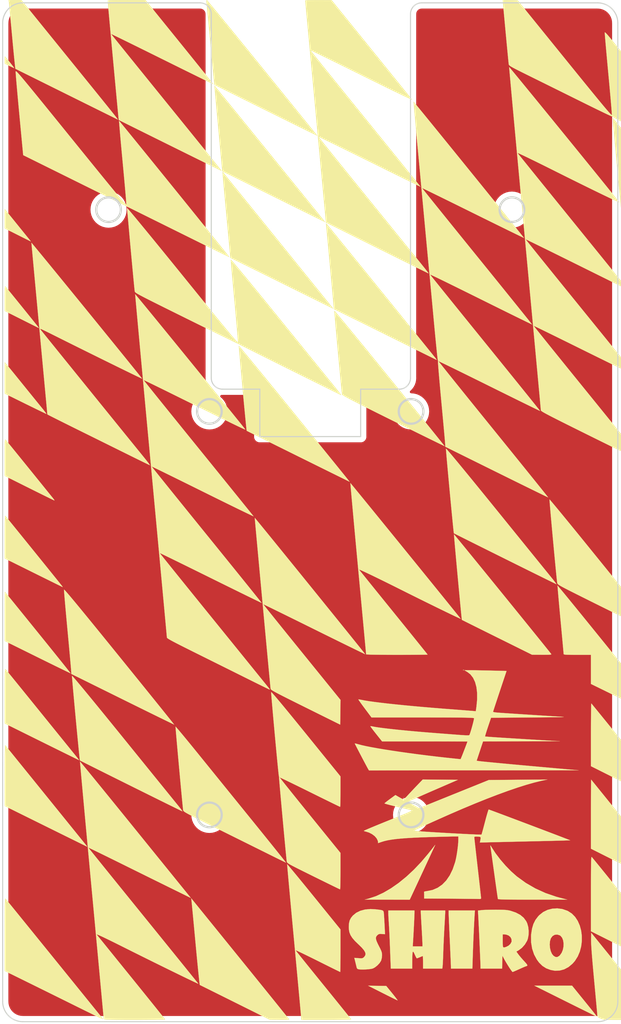
<source format=kicad_pcb>
(kicad_pcb (version 20211014) (generator pcbnew)
  (layers (0 "F.Cu" signal) (31 "B.Cu" signal) (34 "B.Paste" user) (35 "F.Paste" user) (36 "B.SilkS" user "B.Silkscreen") (37 "F.SilkS" user "F.Silkscreen") (38 "B.Mask" user) (39 "F.Mask" user) (44 "Edge.Cuts" user))
  (net 0 "")
  (footprint "kbd:shiro_mask" (layer "F.Cu") (at 85.05 85.05)
    (fp_text reference "G***" hide)
    (fp_text value "LOGO" hide)
  )
  (footprint "kbd:shiro_silk" (layer "F.Cu") (at 85.05 85.05)
    (fp_text reference "G***" hide)
    (fp_text value "LOGO" hide)
  )
  (gr_arc (start 57.38824 41.633269) (mid 57.915448 40.360477) (end 59.18824 39.833269) (layer "Edge.Cuts") (width 0.1))
  (gr_arc (start 93.784997 73.3) (mid 93.492104 74.007107) (end 92.784997 74.3) (layer "Edge.Cuts") (width 0.1))
  (gr_arc (start 93.784997 40.833269) (mid 94.07789 40.126162) (end 94.784997 39.833269) (layer "Edge.Cuts") (width 0.1))
  (gr_arc (start 75.004997 39.833269) (mid 75.712104 40.126162) (end 76.004997 40.833269) (layer "Edge.Cuts") (width 0.1))
  (gr_arc (start 112.288239 128.933269) (mid 111.761031 130.20606) (end 110.48824 130.733268) (layer "Edge.Cuts") (width 0.1))
  (gr_line (start 76.004997 73.3) (end 76.004997 40.833269) (layer "Edge.Cuts") (width 0.1))
  (gr_line (start 110.48824 39.833269) (end 94.784997 39.833269) (layer "Edge.Cuts") (width 0.1))
  (gr_line (start 75.004997 39.833269) (end 59.18824 39.833269) (layer "Edge.Cuts") (width 0.1))
  (gr_circle (center 66.83824 58.283269) (end 67.93824 58.283269) (layer "Edge.Cuts") (width 0.2) (fill none))
  (gr_arc (start 110.48824 39.833269) (mid 111.761032 40.360477) (end 112.28824 41.633269) (layer "Edge.Cuts") (width 0.1))
  (gr_line (start 89.33824 78.53327) (end 80.33824 78.53327) (layer "Edge.Cuts") (width 0.1))
  (gr_line (start 112.28824 128.933269) (end 112.28824 41.633269) (layer "Edge.Cuts") (width 0.1))
  (gr_circle (center 102.83824 58.283269) (end 103.93824 58.283269) (layer "Edge.Cuts") (width 0.2) (fill none))
  (gr_circle (center 75.83824 76.283269) (end 76.93824 76.283269) (layer "Edge.Cuts") (width 0.2) (fill none))
  (gr_circle (center 93.83824 112.283269) (end 94.93824 112.283269) (layer "Edge.Cuts") (width 0.2) (fill none))
  (gr_line (start 93.784997 40.833269) (end 93.784997 73.3) (layer "Edge.Cuts") (width 0.1))
  (gr_line (start 89.33824 74.299999) (end 89.33824 78.53327) (layer "Edge.Cuts") (width 0.1))
  (gr_line (start 92.784997 74.3) (end 89.33824 74.299999) (layer "Edge.Cuts") (width 0.1))
  (gr_line (start 57.38824 41.633269) (end 57.38824 128.933269) (layer "Edge.Cuts") (width 0.1))
  (gr_circle (center 93.83824 76.283269) (end 94.93824 76.283269) (layer "Edge.Cuts") (width 0.2) (fill none))
  (gr_line (start 80.33824 74.3) (end 77.004997 74.3) (layer "Edge.Cuts") (width 0.1))
  (gr_circle (center 75.83824 112.283269) (end 76.93824 112.283269) (layer "Edge.Cuts") (width 0.2) (fill none))
  (gr_line (start 80.33824 78.53327) (end 80.33824 74.3) (layer "Edge.Cuts") (width 0.1))
  (gr_arc (start 77.004997 74.3) (mid 76.29789 74.007107) (end 76.004997 73.3) (layer "Edge.Cuts") (width 0.1))
  (gr_line (start 59.18824 130.733268) (end 110.48824 130.733268) (layer "Edge.Cuts") (width 0.1))
  (gr_arc (start 59.188241 130.733268) (mid 57.915449 130.206061) (end 57.38824 128.933269) (layer "Edge.Cuts") (width 0.1))
  (zone (net 0) (net_name "") (layer "F.Cu") (connect_pads (clearance 0.508)) (min_thickness 0.254) (fill yes (thermal_gap 0.508) (thermal_bridge_width 0.508))
    (polygon (pts (xy 57.15 39.6) (xy 112.5 39.6) (xy 112.5 130.95) (xy 57.15 130.95)))
  )
)
</source>
